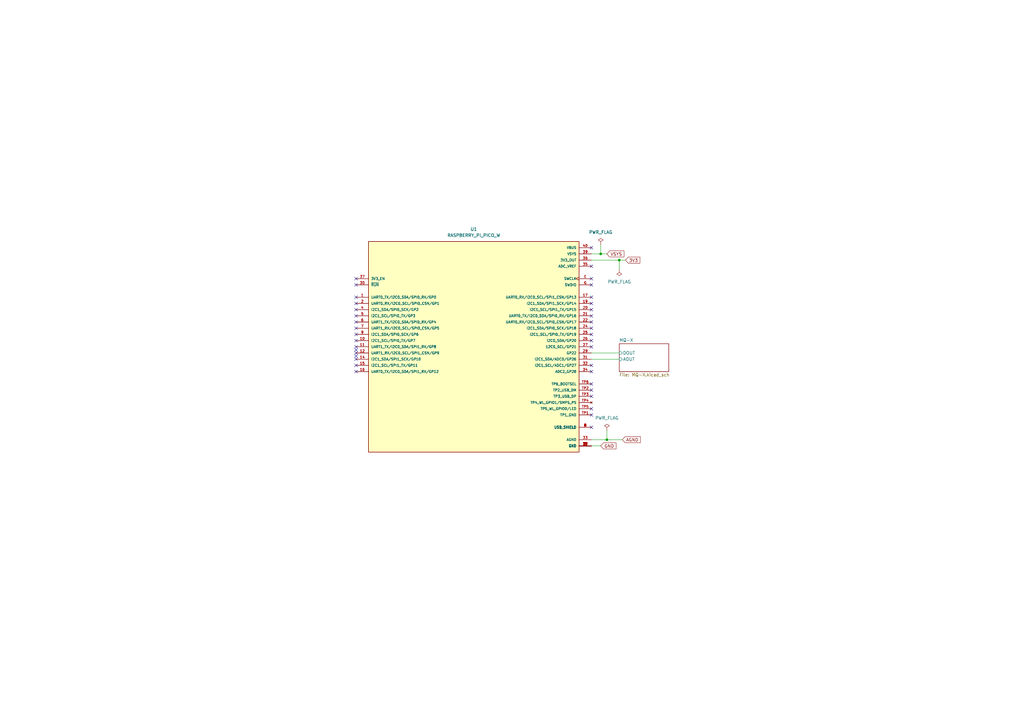
<source format=kicad_sch>
(kicad_sch
	(version 20250114)
	(generator "eeschema")
	(generator_version "9.0")
	(uuid "0b375f8e-5fc7-41b0-996b-c7ef10eaa51f")
	(paper "A3")
	(title_block
		(title "Sesnor 1 - projectwork / pico W")
		(date "2025-10-05")
		(rev "1.0")
		(company "made by MoizZM")
	)
	(lib_symbols
		(symbol "RASPBERRY_PI_PICO_W:RASPBERRY_PI_PICO_W"
			(pin_names
				(offset 1.016)
			)
			(exclude_from_sim no)
			(in_bom yes)
			(on_board yes)
			(property "Reference" "U"
				(at -43.18 44.069 0)
				(effects
					(font
						(size 1.27 1.27)
					)
					(justify left bottom)
				)
			)
			(property "Value" "RASPBERRY_PI_PICO_W"
				(at -43.18 -45.72 0)
				(effects
					(font
						(size 1.27 1.27)
					)
					(justify left bottom)
				)
			)
			(property "Footprint" "RASPBERRY_PI_PICO_W:MODULE_RASPBERRY_PI_PICO_W"
				(at 0 0 0)
				(effects
					(font
						(size 1.27 1.27)
					)
					(justify bottom)
					(hide yes)
				)
			)
			(property "Datasheet" ""
				(at 0 0 0)
				(effects
					(font
						(size 1.27 1.27)
					)
					(hide yes)
				)
			)
			(property "Description" ""
				(at 0 0 0)
				(effects
					(font
						(size 1.27 1.27)
					)
					(hide yes)
				)
			)
			(property "MF" "Raspberry Pi"
				(at 0 0 0)
				(effects
					(font
						(size 1.27 1.27)
					)
					(justify bottom)
					(hide yes)
				)
			)
			(property "Description_1" "Raspberry Pi Board, Arm Cortex-M0+; Silicon Manufacturer:Raspberry Pi; No. Of Bits:32Bit; Silicon Family Name:-; Core Architecture:Arm; Core Sub-Architecture:Cortex-M0+; Silicon Core Number:Rp2040; Product Range:Raspberry Pi Pico Rohs Compliant: Yes |Raspberry-Pi RASPBERRY PI PICO W"
				(at 0 0 0)
				(effects
					(font
						(size 1.27 1.27)
					)
					(justify bottom)
					(hide yes)
				)
			)
			(property "Package" "None"
				(at 0 0 0)
				(effects
					(font
						(size 1.27 1.27)
					)
					(justify bottom)
					(hide yes)
				)
			)
			(property "Price" "None"
				(at 0 0 0)
				(effects
					(font
						(size 1.27 1.27)
					)
					(justify bottom)
					(hide yes)
				)
			)
			(property "Check_prices" "https://www.snapeda.com/parts/RASPBERRY%20PI%20PICO%20W/Raspberry+Pi/view-part/?ref=eda"
				(at 0 0 0)
				(effects
					(font
						(size 1.27 1.27)
					)
					(justify bottom)
					(hide yes)
				)
			)
			(property "STANDARD" "Manufacturer Recommendations"
				(at 0 0 0)
				(effects
					(font
						(size 1.27 1.27)
					)
					(justify bottom)
					(hide yes)
				)
			)
			(property "PARTREV" "2.4"
				(at 0 0 0)
				(effects
					(font
						(size 1.27 1.27)
					)
					(justify bottom)
					(hide yes)
				)
			)
			(property "SnapEDA_Link" "https://www.snapeda.com/parts/RASPBERRY%20PI%20PICO%20W/Raspberry+Pi/view-part/?ref=snap"
				(at 0 0 0)
				(effects
					(font
						(size 1.27 1.27)
					)
					(justify bottom)
					(hide yes)
				)
			)
			(property "MP" "RASPBERRY PI PICO W"
				(at 0 0 0)
				(effects
					(font
						(size 1.27 1.27)
					)
					(justify bottom)
					(hide yes)
				)
			)
			(property "Availability" "Not in stock"
				(at 0 0 0)
				(effects
					(font
						(size 1.27 1.27)
					)
					(justify bottom)
					(hide yes)
				)
			)
			(property "MANUFACTURER" "Raspberry Pi"
				(at 0 0 0)
				(effects
					(font
						(size 1.27 1.27)
					)
					(justify bottom)
					(hide yes)
				)
			)
			(symbol "RASPBERRY_PI_PICO_W_0_0"
				(rectangle
					(start -43.18 -43.18)
					(end 43.18 43.18)
					(stroke
						(width 0.254)
						(type default)
					)
					(fill
						(type background)
					)
				)
				(pin input line
					(at -48.26 27.94 0)
					(length 5.08)
					(name "3V3_EN"
						(effects
							(font
								(size 1.016 1.016)
							)
						)
					)
					(number "37"
						(effects
							(font
								(size 1.016 1.016)
							)
						)
					)
				)
				(pin input line
					(at -48.26 25.4 0)
					(length 5.08)
					(name "~{RUN}"
						(effects
							(font
								(size 1.016 1.016)
							)
						)
					)
					(number "30"
						(effects
							(font
								(size 1.016 1.016)
							)
						)
					)
				)
				(pin bidirectional line
					(at -48.26 20.32 0)
					(length 5.08)
					(name "UART0_TX/I2C0_SDA/SPI0_RX/GP0"
						(effects
							(font
								(size 1.016 1.016)
							)
						)
					)
					(number "1"
						(effects
							(font
								(size 1.016 1.016)
							)
						)
					)
				)
				(pin bidirectional line
					(at -48.26 17.78 0)
					(length 5.08)
					(name "UART0_RX/I2C0_SCL/SPI0_CSN/GP1"
						(effects
							(font
								(size 1.016 1.016)
							)
						)
					)
					(number "2"
						(effects
							(font
								(size 1.016 1.016)
							)
						)
					)
				)
				(pin bidirectional line
					(at -48.26 15.24 0)
					(length 5.08)
					(name "I2C1_SDA/SPI0_SCK/GP2"
						(effects
							(font
								(size 1.016 1.016)
							)
						)
					)
					(number "4"
						(effects
							(font
								(size 1.016 1.016)
							)
						)
					)
				)
				(pin bidirectional line
					(at -48.26 12.7 0)
					(length 5.08)
					(name "I2C1_SCL/SPI0_TX/GP3"
						(effects
							(font
								(size 1.016 1.016)
							)
						)
					)
					(number "5"
						(effects
							(font
								(size 1.016 1.016)
							)
						)
					)
				)
				(pin bidirectional line
					(at -48.26 10.16 0)
					(length 5.08)
					(name "UART1_TX/I2C0_SDA/SPI0_RX/GP4"
						(effects
							(font
								(size 1.016 1.016)
							)
						)
					)
					(number "6"
						(effects
							(font
								(size 1.016 1.016)
							)
						)
					)
				)
				(pin bidirectional line
					(at -48.26 7.62 0)
					(length 5.08)
					(name "UART1_RX/I2C0_SCL/SPI0_CSN/GP5"
						(effects
							(font
								(size 1.016 1.016)
							)
						)
					)
					(number "7"
						(effects
							(font
								(size 1.016 1.016)
							)
						)
					)
				)
				(pin bidirectional line
					(at -48.26 5.08 0)
					(length 5.08)
					(name "I2C1_SDA/SPI0_SCK/GP6"
						(effects
							(font
								(size 1.016 1.016)
							)
						)
					)
					(number "9"
						(effects
							(font
								(size 1.016 1.016)
							)
						)
					)
				)
				(pin bidirectional line
					(at -48.26 2.54 0)
					(length 5.08)
					(name "I2C1_SCL/SPI0_TX/GP7"
						(effects
							(font
								(size 1.016 1.016)
							)
						)
					)
					(number "10"
						(effects
							(font
								(size 1.016 1.016)
							)
						)
					)
				)
				(pin bidirectional line
					(at -48.26 0 0)
					(length 5.08)
					(name "UART1_TX/I2C0_SDA/SPI1_RX/GP8"
						(effects
							(font
								(size 1.016 1.016)
							)
						)
					)
					(number "11"
						(effects
							(font
								(size 1.016 1.016)
							)
						)
					)
				)
				(pin bidirectional line
					(at -48.26 -2.54 0)
					(length 5.08)
					(name "UART1_RX/I2C0_SCL/SPI1_CSN/GP9"
						(effects
							(font
								(size 1.016 1.016)
							)
						)
					)
					(number "12"
						(effects
							(font
								(size 1.016 1.016)
							)
						)
					)
				)
				(pin bidirectional line
					(at -48.26 -5.08 0)
					(length 5.08)
					(name "I2C1_SDA/SPI1_SCK/GP10"
						(effects
							(font
								(size 1.016 1.016)
							)
						)
					)
					(number "14"
						(effects
							(font
								(size 1.016 1.016)
							)
						)
					)
				)
				(pin bidirectional line
					(at -48.26 -7.62 0)
					(length 5.08)
					(name "I2C1_SCL/SPI1_TX/GP11"
						(effects
							(font
								(size 1.016 1.016)
							)
						)
					)
					(number "15"
						(effects
							(font
								(size 1.016 1.016)
							)
						)
					)
				)
				(pin bidirectional line
					(at -48.26 -10.16 0)
					(length 5.08)
					(name "UART0_TX/I2C0_SDA/SPI1_RX/GP12"
						(effects
							(font
								(size 1.016 1.016)
							)
						)
					)
					(number "16"
						(effects
							(font
								(size 1.016 1.016)
							)
						)
					)
				)
				(pin power_in line
					(at 48.26 40.64 180)
					(length 5.08)
					(name "VBUS"
						(effects
							(font
								(size 1.016 1.016)
							)
						)
					)
					(number "40"
						(effects
							(font
								(size 1.016 1.016)
							)
						)
					)
				)
				(pin power_in line
					(at 48.26 38.1 180)
					(length 5.08)
					(name "VSYS"
						(effects
							(font
								(size 1.016 1.016)
							)
						)
					)
					(number "39"
						(effects
							(font
								(size 1.016 1.016)
							)
						)
					)
				)
				(pin power_in line
					(at 48.26 35.56 180)
					(length 5.08)
					(name "3V3_OUT"
						(effects
							(font
								(size 1.016 1.016)
							)
						)
					)
					(number "36"
						(effects
							(font
								(size 1.016 1.016)
							)
						)
					)
				)
				(pin power_in line
					(at 48.26 33.02 180)
					(length 5.08)
					(name "ADC_VREF"
						(effects
							(font
								(size 1.016 1.016)
							)
						)
					)
					(number "35"
						(effects
							(font
								(size 1.016 1.016)
							)
						)
					)
				)
				(pin input clock
					(at 48.26 27.94 180)
					(length 5.08)
					(name "SWCLK"
						(effects
							(font
								(size 1.016 1.016)
							)
						)
					)
					(number "E"
						(effects
							(font
								(size 1.016 1.016)
							)
						)
					)
				)
				(pin bidirectional line
					(at 48.26 25.4 180)
					(length 5.08)
					(name "SWDIO"
						(effects
							(font
								(size 1.016 1.016)
							)
						)
					)
					(number "G"
						(effects
							(font
								(size 1.016 1.016)
							)
						)
					)
				)
				(pin bidirectional line
					(at 48.26 20.32 180)
					(length 5.08)
					(name "UART0_RX/I2C0_SCL/SPI1_CSN/GP13"
						(effects
							(font
								(size 1.016 1.016)
							)
						)
					)
					(number "17"
						(effects
							(font
								(size 1.016 1.016)
							)
						)
					)
				)
				(pin bidirectional line
					(at 48.26 17.78 180)
					(length 5.08)
					(name "I2C1_SDA/SPI1_SCK/GP14"
						(effects
							(font
								(size 1.016 1.016)
							)
						)
					)
					(number "19"
						(effects
							(font
								(size 1.016 1.016)
							)
						)
					)
				)
				(pin bidirectional line
					(at 48.26 15.24 180)
					(length 5.08)
					(name "I2C1_SCL/SPI1_TX/GP15"
						(effects
							(font
								(size 1.016 1.016)
							)
						)
					)
					(number "20"
						(effects
							(font
								(size 1.016 1.016)
							)
						)
					)
				)
				(pin bidirectional line
					(at 48.26 12.7 180)
					(length 5.08)
					(name "UART0_TX/I2C0_SDA/SPI0_RX/GP16"
						(effects
							(font
								(size 1.016 1.016)
							)
						)
					)
					(number "21"
						(effects
							(font
								(size 1.016 1.016)
							)
						)
					)
				)
				(pin bidirectional line
					(at 48.26 10.16 180)
					(length 5.08)
					(name "UART0_RX/I2C0_SCL/SPI0_CSN/GP17"
						(effects
							(font
								(size 1.016 1.016)
							)
						)
					)
					(number "22"
						(effects
							(font
								(size 1.016 1.016)
							)
						)
					)
				)
				(pin bidirectional line
					(at 48.26 7.62 180)
					(length 5.08)
					(name "I2C1_SDA/SPI0_SCK/GP18"
						(effects
							(font
								(size 1.016 1.016)
							)
						)
					)
					(number "24"
						(effects
							(font
								(size 1.016 1.016)
							)
						)
					)
				)
				(pin bidirectional line
					(at 48.26 5.08 180)
					(length 5.08)
					(name "I2C1_SCL/SPI0_TX/GP19"
						(effects
							(font
								(size 1.016 1.016)
							)
						)
					)
					(number "25"
						(effects
							(font
								(size 1.016 1.016)
							)
						)
					)
				)
				(pin bidirectional line
					(at 48.26 2.54 180)
					(length 5.08)
					(name "I2C0_SDA/GP20"
						(effects
							(font
								(size 1.016 1.016)
							)
						)
					)
					(number "26"
						(effects
							(font
								(size 1.016 1.016)
							)
						)
					)
				)
				(pin bidirectional line
					(at 48.26 0 180)
					(length 5.08)
					(name "12C0_SCL/GP21"
						(effects
							(font
								(size 1.016 1.016)
							)
						)
					)
					(number "27"
						(effects
							(font
								(size 1.016 1.016)
							)
						)
					)
				)
				(pin bidirectional line
					(at 48.26 -2.54 180)
					(length 5.08)
					(name "GP22"
						(effects
							(font
								(size 1.016 1.016)
							)
						)
					)
					(number "29"
						(effects
							(font
								(size 1.016 1.016)
							)
						)
					)
				)
				(pin bidirectional line
					(at 48.26 -5.08 180)
					(length 5.08)
					(name "I2C1_SDA/ADC0/GP26"
						(effects
							(font
								(size 1.016 1.016)
							)
						)
					)
					(number "31"
						(effects
							(font
								(size 1.016 1.016)
							)
						)
					)
				)
				(pin bidirectional line
					(at 48.26 -7.62 180)
					(length 5.08)
					(name "I2C1_SCL/ADC1/GP27"
						(effects
							(font
								(size 1.016 1.016)
							)
						)
					)
					(number "32"
						(effects
							(font
								(size 1.016 1.016)
							)
						)
					)
				)
				(pin bidirectional line
					(at 48.26 -10.16 180)
					(length 5.08)
					(name "ADC2_GP28"
						(effects
							(font
								(size 1.016 1.016)
							)
						)
					)
					(number "34"
						(effects
							(font
								(size 1.016 1.016)
							)
						)
					)
				)
				(pin input line
					(at 48.26 -15.24 180)
					(length 5.08)
					(name "TP6_BOOTSEL"
						(effects
							(font
								(size 1.016 1.016)
							)
						)
					)
					(number "TP6"
						(effects
							(font
								(size 1.016 1.016)
							)
						)
					)
				)
				(pin bidirectional line
					(at 48.26 -17.78 180)
					(length 5.08)
					(name "TP2_USB_DM"
						(effects
							(font
								(size 1.016 1.016)
							)
						)
					)
					(number "TP2"
						(effects
							(font
								(size 1.016 1.016)
							)
						)
					)
				)
				(pin bidirectional line
					(at 48.26 -20.32 180)
					(length 5.08)
					(name "TP3_USB_DP"
						(effects
							(font
								(size 1.016 1.016)
							)
						)
					)
					(number "TP3"
						(effects
							(font
								(size 1.016 1.016)
							)
						)
					)
				)
				(pin no_connect line
					(at 48.26 -22.86 180)
					(length 5.08)
					(name "TP4_WL_GPIO1/SMPS_PS"
						(effects
							(font
								(size 1.016 1.016)
							)
						)
					)
					(number "TP4"
						(effects
							(font
								(size 1.016 1.016)
							)
						)
					)
				)
				(pin bidirectional line
					(at 48.26 -25.4 180)
					(length 5.08)
					(name "TP5_WL_GPIO0/LED"
						(effects
							(font
								(size 1.016 1.016)
							)
						)
					)
					(number "TP5"
						(effects
							(font
								(size 1.016 1.016)
							)
						)
					)
				)
				(pin power_in line
					(at 48.26 -27.94 180)
					(length 5.08)
					(name "TP1_GND"
						(effects
							(font
								(size 1.016 1.016)
							)
						)
					)
					(number "TP1"
						(effects
							(font
								(size 1.016 1.016)
							)
						)
					)
				)
				(pin power_in line
					(at 48.26 -33.02 180)
					(length 5.08)
					(name "USB_SHIELD"
						(effects
							(font
								(size 1.016 1.016)
							)
						)
					)
					(number "A"
						(effects
							(font
								(size 1.016 1.016)
							)
						)
					)
				)
				(pin power_in line
					(at 48.26 -33.02 180)
					(length 5.08)
					(name "USB_SHIELD"
						(effects
							(font
								(size 1.016 1.016)
							)
						)
					)
					(number "B"
						(effects
							(font
								(size 1.016 1.016)
							)
						)
					)
				)
				(pin power_in line
					(at 48.26 -33.02 180)
					(length 5.08)
					(name "USB_SHIELD"
						(effects
							(font
								(size 1.016 1.016)
							)
						)
					)
					(number "C"
						(effects
							(font
								(size 1.016 1.016)
							)
						)
					)
				)
				(pin power_in line
					(at 48.26 -33.02 180)
					(length 5.08)
					(name "USB_SHIELD"
						(effects
							(font
								(size 1.016 1.016)
							)
						)
					)
					(number "D"
						(effects
							(font
								(size 1.016 1.016)
							)
						)
					)
				)
				(pin power_in line
					(at 48.26 -38.1 180)
					(length 5.08)
					(name "AGND"
						(effects
							(font
								(size 1.016 1.016)
							)
						)
					)
					(number "33"
						(effects
							(font
								(size 1.016 1.016)
							)
						)
					)
				)
				(pin power_in line
					(at 48.26 -40.64 180)
					(length 5.08)
					(name "GND"
						(effects
							(font
								(size 1.016 1.016)
							)
						)
					)
					(number "13"
						(effects
							(font
								(size 1.016 1.016)
							)
						)
					)
				)
				(pin power_in line
					(at 48.26 -40.64 180)
					(length 5.08)
					(name "GND"
						(effects
							(font
								(size 1.016 1.016)
							)
						)
					)
					(number "18"
						(effects
							(font
								(size 1.016 1.016)
							)
						)
					)
				)
				(pin power_in line
					(at 48.26 -40.64 180)
					(length 5.08)
					(name "GND"
						(effects
							(font
								(size 1.016 1.016)
							)
						)
					)
					(number "23"
						(effects
							(font
								(size 1.016 1.016)
							)
						)
					)
				)
				(pin power_in line
					(at 48.26 -40.64 180)
					(length 5.08)
					(name "GND"
						(effects
							(font
								(size 1.016 1.016)
							)
						)
					)
					(number "28"
						(effects
							(font
								(size 1.016 1.016)
							)
						)
					)
				)
				(pin power_in line
					(at 48.26 -40.64 180)
					(length 5.08)
					(name "GND"
						(effects
							(font
								(size 1.016 1.016)
							)
						)
					)
					(number "3"
						(effects
							(font
								(size 1.016 1.016)
							)
						)
					)
				)
				(pin power_in line
					(at 48.26 -40.64 180)
					(length 5.08)
					(name "GND"
						(effects
							(font
								(size 1.016 1.016)
							)
						)
					)
					(number "38"
						(effects
							(font
								(size 1.016 1.016)
							)
						)
					)
				)
				(pin power_in line
					(at 48.26 -40.64 180)
					(length 5.08)
					(name "GND"
						(effects
							(font
								(size 1.016 1.016)
							)
						)
					)
					(number "8"
						(effects
							(font
								(size 1.016 1.016)
							)
						)
					)
				)
				(pin power_in line
					(at 48.26 -40.64 180)
					(length 5.08)
					(name "GND"
						(effects
							(font
								(size 1.016 1.016)
							)
						)
					)
					(number "F"
						(effects
							(font
								(size 1.016 1.016)
							)
						)
					)
				)
			)
			(embedded_fonts no)
		)
		(symbol "power:PWR_FLAG"
			(power)
			(pin_numbers
				(hide yes)
			)
			(pin_names
				(offset 0)
				(hide yes)
			)
			(exclude_from_sim no)
			(in_bom yes)
			(on_board yes)
			(property "Reference" "#FLG"
				(at 0 1.905 0)
				(effects
					(font
						(size 1.27 1.27)
					)
					(hide yes)
				)
			)
			(property "Value" "PWR_FLAG"
				(at 0 3.81 0)
				(effects
					(font
						(size 1.27 1.27)
					)
				)
			)
			(property "Footprint" ""
				(at 0 0 0)
				(effects
					(font
						(size 1.27 1.27)
					)
					(hide yes)
				)
			)
			(property "Datasheet" "~"
				(at 0 0 0)
				(effects
					(font
						(size 1.27 1.27)
					)
					(hide yes)
				)
			)
			(property "Description" "Special symbol for telling ERC where power comes from"
				(at 0 0 0)
				(effects
					(font
						(size 1.27 1.27)
					)
					(hide yes)
				)
			)
			(property "ki_keywords" "flag power"
				(at 0 0 0)
				(effects
					(font
						(size 1.27 1.27)
					)
					(hide yes)
				)
			)
			(symbol "PWR_FLAG_0_0"
				(pin power_out line
					(at 0 0 90)
					(length 0)
					(name "~"
						(effects
							(font
								(size 1.27 1.27)
							)
						)
					)
					(number "1"
						(effects
							(font
								(size 1.27 1.27)
							)
						)
					)
				)
			)
			(symbol "PWR_FLAG_0_1"
				(polyline
					(pts
						(xy 0 0) (xy 0 1.27) (xy -1.016 1.905) (xy 0 2.54) (xy 1.016 1.905) (xy 0 1.27)
					)
					(stroke
						(width 0)
						(type default)
					)
					(fill
						(type none)
					)
				)
			)
			(embedded_fonts no)
		)
	)
	(junction
		(at 254 106.68)
		(diameter 0)
		(color 0 0 0 0)
		(uuid "0fba257b-daf0-4f22-8558-d9b9c961dbe7")
	)
	(junction
		(at 248.92 180.34)
		(diameter 0)
		(color 0 0 0 0)
		(uuid "92db2eaa-8b0e-4aec-83ee-13466861a355")
	)
	(junction
		(at 246.38 104.14)
		(diameter 0)
		(color 0 0 0 0)
		(uuid "f722109b-5931-4d9c-9356-b5077b42c8e3")
	)
	(no_connect
		(at 146.05 149.86)
		(uuid "084403b6-47a9-4393-af9c-229365265c57")
	)
	(no_connect
		(at 242.57 139.7)
		(uuid "0c7f2ea2-fc10-4512-a8ca-e3bf9176b8fa")
	)
	(no_connect
		(at 242.57 134.62)
		(uuid "10db2d7d-5303-486e-8364-4c4501a7bf80")
	)
	(no_connect
		(at 242.57 149.86)
		(uuid "15fe9164-9cd1-4490-af18-095420dc772f")
	)
	(no_connect
		(at 146.05 139.7)
		(uuid "1aa688b1-c9f8-4555-a62f-ba4166ce7b76")
	)
	(no_connect
		(at 146.05 132.08)
		(uuid "1f16928e-2e33-4b67-9883-af6ae10882a9")
	)
	(no_connect
		(at 242.57 121.92)
		(uuid "21fa90f4-a137-43b5-a12e-ff908d561e95")
	)
	(no_connect
		(at 242.57 137.16)
		(uuid "284ea3b0-0f6c-4b18-af66-77f83317ef8c")
	)
	(no_connect
		(at 242.57 114.3)
		(uuid "3b486c6c-05ea-46a6-901b-b4a4bad50697")
	)
	(no_connect
		(at 146.05 134.62)
		(uuid "3bc68901-8a0c-4d58-93bb-04669ccb7534")
	)
	(no_connect
		(at 146.05 144.78)
		(uuid "419d8dcf-ef80-4ef8-ba95-2f423d5222b5")
	)
	(no_connect
		(at 242.57 124.46)
		(uuid "507a2b79-65ff-4508-8eac-9a5f5dd3ef0b")
	)
	(no_connect
		(at 242.57 132.08)
		(uuid "555de68f-fcd8-4b23-93db-eb89f7c5d3ac")
	)
	(no_connect
		(at 146.05 116.84)
		(uuid "55747e67-6a2f-4fdb-bfdd-f28cd6a5f6a0")
	)
	(no_connect
		(at 242.57 129.54)
		(uuid "5e4aae36-3f76-4244-aa1e-1a29b590e8ce")
	)
	(no_connect
		(at 242.57 160.02)
		(uuid "67bbed59-a4c8-4337-b393-04e80d311e25")
	)
	(no_connect
		(at 242.57 162.56)
		(uuid "768fbd22-7691-4056-8269-59bddd621535")
	)
	(no_connect
		(at 146.05 146.05)
		(uuid "7c5cd87a-cfca-482c-bb48-10db8c29a0ec")
	)
	(no_connect
		(at 146.05 121.92)
		(uuid "86eacb8b-1748-482a-a04f-410168f59567")
	)
	(no_connect
		(at 146.05 142.24)
		(uuid "8b9de023-8e5e-4f7b-9ba3-e404967dff83")
	)
	(no_connect
		(at 146.05 152.4)
		(uuid "8ea2cc34-bdaf-4d43-a81a-21a8966b1464")
	)
	(no_connect
		(at 146.05 147.32)
		(uuid "9bfed7ef-fe35-4943-b031-4815ff978658")
	)
	(no_connect
		(at 242.57 101.6)
		(uuid "a4eccfb7-7f7e-44db-82dd-51cea671d8a9")
	)
	(no_connect
		(at 242.57 109.22)
		(uuid "a5b744ef-cbaf-4f8a-892a-ce87723abb0b")
	)
	(no_connect
		(at 146.05 137.16)
		(uuid "b0e71b25-ede7-4fa2-9d61-8556f963e9af")
	)
	(no_connect
		(at 146.05 129.54)
		(uuid "b4949cb7-c5d1-450f-8d36-232d21a72911")
	)
	(no_connect
		(at 146.05 114.3)
		(uuid "c092ae0b-82f6-4720-b8d4-8f2f28c80d4d")
	)
	(no_connect
		(at 242.57 116.84)
		(uuid "c24b3b26-8e60-4cf0-9997-16deab684dae")
	)
	(no_connect
		(at 242.57 175.26)
		(uuid "c77d9de3-db48-487f-ad2a-3ab9f3cb7e9f")
	)
	(no_connect
		(at 146.05 143.51)
		(uuid "ca2afa1c-5a8f-4957-84d4-3a1e3e5617e9")
	)
	(no_connect
		(at 242.57 167.64)
		(uuid "cda8e894-14fb-4c5e-aab7-685e21bcc484")
	)
	(no_connect
		(at 242.57 127)
		(uuid "cfdbb9a5-5a19-402a-8909-3637a5b758a2")
	)
	(no_connect
		(at 146.05 124.46)
		(uuid "d4b9746e-cc3b-47eb-be2e-9304c4c67313")
	)
	(no_connect
		(at 146.05 127)
		(uuid "d8c152ba-ed4f-4b11-aedb-2abe17200743")
	)
	(no_connect
		(at 242.57 170.18)
		(uuid "e337f71f-3019-4852-86fd-b4fad9ddbf5e")
	)
	(no_connect
		(at 242.57 157.48)
		(uuid "ec15c225-8bd8-4f7c-bb19-0a47d0379d77")
	)
	(no_connect
		(at 242.57 142.24)
		(uuid "f22bfb45-72ef-4baf-915c-25298a716522")
	)
	(no_connect
		(at 242.57 152.4)
		(uuid "f427d603-6e50-41d4-801f-c75f16131914")
	)
	(wire
		(pts
			(xy 242.57 182.88) (xy 246.38 182.88)
		)
		(stroke
			(width 0)
			(type default)
		)
		(uuid "107744f0-9937-4e7c-bc13-c5d1bfcf9b48")
	)
	(wire
		(pts
			(xy 242.57 180.34) (xy 248.92 180.34)
		)
		(stroke
			(width 0)
			(type default)
		)
		(uuid "233b2191-e64b-4020-a363-81681aff6c6c")
	)
	(wire
		(pts
			(xy 248.92 180.34) (xy 255.27 180.34)
		)
		(stroke
			(width 0)
			(type default)
		)
		(uuid "2d4c129e-b8ed-4250-a565-184bbeba4c0d")
	)
	(wire
		(pts
			(xy 248.92 176.53) (xy 248.92 180.34)
		)
		(stroke
			(width 0)
			(type default)
		)
		(uuid "30fbba66-b677-47aa-8a80-c0bda2e9166a")
	)
	(wire
		(pts
			(xy 246.38 100.33) (xy 246.38 104.14)
		)
		(stroke
			(width 0)
			(type default)
		)
		(uuid "44f50bc3-465f-4d8c-9682-c733dd265794")
	)
	(wire
		(pts
			(xy 242.57 106.68) (xy 254 106.68)
		)
		(stroke
			(width 0)
			(type default)
		)
		(uuid "5857ba67-7cc0-45ec-871a-18bca23b4313")
	)
	(wire
		(pts
			(xy 254 106.68) (xy 256.54 106.68)
		)
		(stroke
			(width 0)
			(type default)
		)
		(uuid "5aab78e1-f317-483d-b283-2b250a4c8844")
	)
	(wire
		(pts
			(xy 242.57 147.32) (xy 254 147.32)
		)
		(stroke
			(width 0)
			(type default)
		)
		(uuid "7404e01e-a5b6-4d8b-af5b-675b0355b068")
	)
	(wire
		(pts
			(xy 254 110.49) (xy 254 106.68)
		)
		(stroke
			(width 0)
			(type default)
		)
		(uuid "ac105865-0fce-45ad-9f79-b73fca7681be")
	)
	(wire
		(pts
			(xy 246.38 104.14) (xy 248.92 104.14)
		)
		(stroke
			(width 0)
			(type default)
		)
		(uuid "be90e4e1-23c2-4a6d-ac6e-e6608967539c")
	)
	(wire
		(pts
			(xy 242.57 144.78) (xy 254 144.78)
		)
		(stroke
			(width 0)
			(type default)
		)
		(uuid "c1ac32e1-5974-4fbb-a344-7e8e4aab97ef")
	)
	(wire
		(pts
			(xy 242.57 104.14) (xy 246.38 104.14)
		)
		(stroke
			(width 0)
			(type default)
		)
		(uuid "dd9e44c1-5a64-49ac-b0c2-cdb61acd6318")
	)
	(global_label "AGND"
		(shape input)
		(at 255.27 180.34 0)
		(fields_autoplaced yes)
		(effects
			(font
				(size 1.27 1.27)
			)
			(justify left)
		)
		(uuid "0a918fd2-99d7-4d73-bac8-61f2b254e4bd")
		(property "Intersheetrefs" "${INTERSHEET_REFS}"
			(at 263.2143 180.34 0)
			(effects
				(font
					(size 1.27 1.27)
				)
				(justify left)
				(hide yes)
			)
		)
	)
	(global_label "VSYS"
		(shape input)
		(at 248.92 104.14 0)
		(fields_autoplaced yes)
		(effects
			(font
				(size 1.27 1.27)
			)
			(justify left)
		)
		(uuid "80e231dc-8256-407f-9d30-155bf13c420f")
		(property "Intersheetrefs" "${INTERSHEET_REFS}"
			(at 256.5014 104.14 0)
			(effects
				(font
					(size 1.27 1.27)
				)
				(justify left)
				(hide yes)
			)
		)
	)
	(global_label "3V3"
		(shape input)
		(at 256.54 106.68 0)
		(fields_autoplaced yes)
		(effects
			(font
				(size 1.27 1.27)
			)
			(justify left)
		)
		(uuid "8b5bc6c1-628a-4c61-879d-147580e4f365")
		(property "Intersheetrefs" "${INTERSHEET_REFS}"
			(at 263.0328 106.68 0)
			(effects
				(font
					(size 1.27 1.27)
				)
				(justify left)
				(hide yes)
			)
		)
	)
	(global_label "GND"
		(shape input)
		(at 246.38 182.88 0)
		(fields_autoplaced yes)
		(effects
			(font
				(size 1.27 1.27)
			)
			(justify left)
		)
		(uuid "c64f10c1-904c-4ca1-8459-5206749af5d0")
		(property "Intersheetrefs" "${INTERSHEET_REFS}"
			(at 253.2357 182.88 0)
			(effects
				(font
					(size 1.27 1.27)
				)
				(justify left)
				(hide yes)
			)
		)
	)
	(symbol
		(lib_id "power:PWR_FLAG")
		(at 248.92 176.53 0)
		(unit 1)
		(exclude_from_sim no)
		(in_bom yes)
		(on_board yes)
		(dnp no)
		(fields_autoplaced yes)
		(uuid "111a66cf-781f-4fb2-aea9-d90976716dc6")
		(property "Reference" "#FLG04"
			(at 248.92 174.625 0)
			(effects
				(font
					(size 1.27 1.27)
				)
				(hide yes)
			)
		)
		(property "Value" "PWR_FLAG"
			(at 248.92 171.45 0)
			(effects
				(font
					(size 1.27 1.27)
				)
			)
		)
		(property "Footprint" ""
			(at 248.92 176.53 0)
			(effects
				(font
					(size 1.27 1.27)
				)
				(hide yes)
			)
		)
		(property "Datasheet" "~"
			(at 248.92 176.53 0)
			(effects
				(font
					(size 1.27 1.27)
				)
				(hide yes)
			)
		)
		(property "Description" "Special symbol for telling ERC where power comes from"
			(at 248.92 176.53 0)
			(effects
				(font
					(size 1.27 1.27)
				)
				(hide yes)
			)
		)
		(pin "1"
			(uuid "8d45fa26-6283-4045-94a4-7d895fb88837")
		)
		(instances
			(project "PCB-S1-smoke-projectwork"
				(path "/0b375f8e-5fc7-41b0-996b-c7ef10eaa51f"
					(reference "#FLG04")
					(unit 1)
				)
			)
		)
	)
	(symbol
		(lib_id "RASPBERRY_PI_PICO_W:RASPBERRY_PI_PICO_W")
		(at 194.31 142.24 0)
		(unit 1)
		(exclude_from_sim no)
		(in_bom yes)
		(on_board yes)
		(dnp no)
		(fields_autoplaced yes)
		(uuid "29e90144-9fb1-498c-bf63-46549a52cac4")
		(property "Reference" "U1"
			(at 194.31 93.98 0)
			(effects
				(font
					(size 1.27 1.27)
				)
			)
		)
		(property "Value" "RASPBERRY_PI_PICO_W"
			(at 194.31 96.52 0)
			(effects
				(font
					(size 1.27 1.27)
				)
			)
		)
		(property "Footprint" "RASPBERRY_PI_PICO_W:MODULE_RASPBERRY_PI_PICO_W"
			(at 194.31 142.24 0)
			(effects
				(font
					(size 1.27 1.27)
				)
				(justify bottom)
				(hide yes)
			)
		)
		(property "Datasheet" ""
			(at 194.31 142.24 0)
			(effects
				(font
					(size 1.27 1.27)
				)
				(hide yes)
			)
		)
		(property "Description" ""
			(at 194.31 142.24 0)
			(effects
				(font
					(size 1.27 1.27)
				)
				(hide yes)
			)
		)
		(property "MF" "Raspberry Pi"
			(at 194.31 142.24 0)
			(effects
				(font
					(size 1.27 1.27)
				)
				(justify bottom)
				(hide yes)
			)
		)
		(property "Description_1" "Raspberry Pi Board, Arm Cortex-M0+; Silicon Manufacturer:Raspberry Pi; No. Of Bits:32Bit; Silicon Family Name:-; Core Architecture:Arm; Core Sub-Architecture:Cortex-M0+; Silicon Core Number:Rp2040; Product Range:Raspberry Pi Pico Rohs Compliant: Yes |Raspberry-Pi RASPBERRY PI PICO W"
			(at 194.31 142.24 0)
			(effects
				(font
					(size 1.27 1.27)
				)
				(justify bottom)
				(hide yes)
			)
		)
		(property "Package" "None"
			(at 194.31 142.24 0)
			(effects
				(font
					(size 1.27 1.27)
				)
				(justify bottom)
				(hide yes)
			)
		)
		(property "Price" "None"
			(at 194.31 142.24 0)
			(effects
				(font
					(size 1.27 1.27)
				)
				(justify bottom)
				(hide yes)
			)
		)
		(property "Check_prices" "https://www.snapeda.com/parts/RASPBERRY%20PI%20PICO%20W/Raspberry+Pi/view-part/?ref=eda"
			(at 194.31 142.24 0)
			(effects
				(font
					(size 1.27 1.27)
				)
				(justify bottom)
				(hide yes)
			)
		)
		(property "STANDARD" "Manufacturer Recommendations"
			(at 194.31 142.24 0)
			(effects
				(font
					(size 1.27 1.27)
				)
				(justify bottom)
				(hide yes)
			)
		)
		(property "PARTREV" "2.4"
			(at 194.31 142.24 0)
			(effects
				(font
					(size 1.27 1.27)
				)
				(justify bottom)
				(hide yes)
			)
		)
		(property "SnapEDA_Link" "https://www.snapeda.com/parts/RASPBERRY%20PI%20PICO%20W/Raspberry+Pi/view-part/?ref=snap"
			(at 194.31 142.24 0)
			(effects
				(font
					(size 1.27 1.27)
				)
				(justify bottom)
				(hide yes)
			)
		)
		(property "MP" "RASPBERRY PI PICO W"
			(at 194.31 142.24 0)
			(effects
				(font
					(size 1.27 1.27)
				)
				(justify bottom)
				(hide yes)
			)
		)
		(property "Availability" "Not in stock"
			(at 194.31 142.24 0)
			(effects
				(font
					(size 1.27 1.27)
				)
				(justify bottom)
				(hide yes)
			)
		)
		(property "MANUFACTURER" "Raspberry Pi"
			(at 194.31 142.24 0)
			(effects
				(font
					(size 1.27 1.27)
				)
				(justify bottom)
				(hide yes)
			)
		)
		(pin "14"
			(uuid "8eeb78b7-6919-4eeb-a4f2-25adc309c1d5")
		)
		(pin "12"
			(uuid "ad1bcb3e-03db-4de4-aa91-7a4392e29db5")
		)
		(pin "15"
			(uuid "90e160b2-5dcd-421e-a9e5-cff38a7d656e")
		)
		(pin "40"
			(uuid "05ef8ad4-c814-4850-a509-c2355fe0aedf")
		)
		(pin "11"
			(uuid "e705e866-6888-46c3-a010-44b223a24f75")
		)
		(pin "39"
			(uuid "c130c96d-e398-47c6-bfeb-94ec230c4eb8")
		)
		(pin "16"
			(uuid "177790be-08b3-4b63-8718-b500b156b2db")
		)
		(pin "10"
			(uuid "ce0cb548-05f0-4472-9c56-8c17a7e81c94")
		)
		(pin "36"
			(uuid "a054b88b-4949-424c-968c-abfb7fd477be")
		)
		(pin "35"
			(uuid "5424bc50-b0b3-4e6a-801e-2ba82e23e900")
		)
		(pin "20"
			(uuid "996f6b5b-076a-4da8-aac9-a25a4590b134")
		)
		(pin "21"
			(uuid "3f0abd2b-fefa-4140-8065-e3213c85fe6d")
		)
		(pin "TP6"
			(uuid "f8b5ad52-2cfe-4525-8b14-2536ad2f8513")
		)
		(pin "TP2"
			(uuid "f4120921-63e7-44a5-b483-8917261ee347")
		)
		(pin "TP3"
			(uuid "b0c1842c-b83c-4ff9-ad96-ef39234ce01f")
		)
		(pin "34"
			(uuid "1a09d921-ebf7-4f6f-a5cb-7b7a3a8628d7")
		)
		(pin "TP5"
			(uuid "cee88984-d6b7-4592-a1a0-d79f63fecbdc")
		)
		(pin "A"
			(uuid "693b3485-45ee-4e95-9c6e-cbfd3c7a03c3")
		)
		(pin "B"
			(uuid "625647cc-ecd3-4505-9ea6-15bfc164ce74")
		)
		(pin "C"
			(uuid "35678496-de9a-4bc9-b896-61639fce08ce")
		)
		(pin "25"
			(uuid "53098df4-5fc9-4005-ba68-0f893e647a83")
		)
		(pin "31"
			(uuid "0bddd260-1228-46f7-88ab-a9c79d0136ec")
		)
		(pin "24"
			(uuid "0bd6ad3d-a299-45a1-9520-1c61a512ef64")
		)
		(pin "TP1"
			(uuid "80be225e-4d23-44ad-9e8e-44885fe16ea9")
		)
		(pin "G"
			(uuid "3e8d080f-e1a4-4677-95a0-9de28c6e3799")
		)
		(pin "19"
			(uuid "f8adfc2e-751c-4235-83fb-311bd1cf3367")
		)
		(pin "22"
			(uuid "f0e39d46-88db-4ec1-8468-901aa92ee1ea")
		)
		(pin "27"
			(uuid "0c4b0ce7-a9fa-485a-a216-fc51e998fd15")
		)
		(pin "32"
			(uuid "8f3da14a-9dfe-474b-a8e4-6192eec22ee8")
		)
		(pin "TP4"
			(uuid "ab62411e-47c9-4226-a2c8-fe3faa4120f4")
		)
		(pin "17"
			(uuid "930bf776-ee1e-4c4c-a5a4-e9189af41cb4")
		)
		(pin "E"
			(uuid "293b28c8-70e8-433b-89f6-30ef38989360")
		)
		(pin "26"
			(uuid "744a0cab-1576-4880-ae1e-636d3bad76eb")
		)
		(pin "29"
			(uuid "3fbcb10f-ab43-4ffa-b833-113025cda0ff")
		)
		(pin "5"
			(uuid "2c68df6f-86d9-4a17-bd70-5a468864a691")
		)
		(pin "7"
			(uuid "5b6703cb-5754-408e-8c36-2e96dc896d11")
		)
		(pin "1"
			(uuid "687372f1-cefd-4bb2-b9c8-eddf6ebbab67")
		)
		(pin "37"
			(uuid "317cc77d-903b-44ef-9ed5-32e8fa55cccd")
		)
		(pin "30"
			(uuid "8467f0b7-d087-4850-afca-b991874cdfb5")
		)
		(pin "2"
			(uuid "d8c94da2-7941-407c-9c7e-a36c0c263d4b")
		)
		(pin "4"
			(uuid "dfcb259a-6018-4d74-aa72-b44eb441e116")
		)
		(pin "6"
			(uuid "934590cc-d734-4514-b7a2-4792a556dd9e")
		)
		(pin "9"
			(uuid "fdcf4d33-f78b-4b39-b9bf-4dadb15d5e79")
		)
		(pin "23"
			(uuid "39f513a7-a4c4-4c95-a6ce-0410afebf2f6")
		)
		(pin "33"
			(uuid "8be21043-b02d-47f1-a1ce-631417dbff45")
		)
		(pin "3"
			(uuid "2895c99c-4bad-4266-9461-d56fb2d85ff0")
		)
		(pin "D"
			(uuid "ca8a7a78-e8a4-452b-a45a-d7b252b9719c")
		)
		(pin "38"
			(uuid "de3e6cf2-ac4f-4a06-a734-60250e4473d1")
		)
		(pin "8"
			(uuid "5293aff2-106d-4bd4-a740-836c5c163375")
		)
		(pin "F"
			(uuid "201a2773-3aad-411b-bd7f-258d1df3cd03")
		)
		(pin "18"
			(uuid "75be1333-d119-44f2-ac97-e530204261ad")
		)
		(pin "28"
			(uuid "840681c4-ca3a-47a0-ac6f-07b4014d5b59")
		)
		(pin "13"
			(uuid "b854e0f4-a6eb-4f36-a95d-3ed18794acc3")
		)
		(instances
			(project ""
				(path "/0b375f8e-5fc7-41b0-996b-c7ef10eaa51f"
					(reference "U1")
					(unit 1)
				)
			)
		)
	)
	(symbol
		(lib_id "power:PWR_FLAG")
		(at 246.38 100.33 0)
		(unit 1)
		(exclude_from_sim no)
		(in_bom yes)
		(on_board yes)
		(dnp no)
		(fields_autoplaced yes)
		(uuid "72ee7cd8-6bf5-4ec7-86b3-3e559ac0c56c")
		(property "Reference" "#FLG02"
			(at 246.38 98.425 0)
			(effects
				(font
					(size 1.27 1.27)
				)
				(hide yes)
			)
		)
		(property "Value" "PWR_FLAG"
			(at 246.38 95.25 0)
			(effects
				(font
					(size 1.27 1.27)
				)
			)
		)
		(property "Footprint" ""
			(at 246.38 100.33 0)
			(effects
				(font
					(size 1.27 1.27)
				)
				(hide yes)
			)
		)
		(property "Datasheet" "~"
			(at 246.38 100.33 0)
			(effects
				(font
					(size 1.27 1.27)
				)
				(hide yes)
			)
		)
		(property "Description" "Special symbol for telling ERC where power comes from"
			(at 246.38 100.33 0)
			(effects
				(font
					(size 1.27 1.27)
				)
				(hide yes)
			)
		)
		(pin "1"
			(uuid "b255d3de-dd9e-481f-b3f8-a8ad3e325a40")
		)
		(instances
			(project ""
				(path "/0b375f8e-5fc7-41b0-996b-c7ef10eaa51f"
					(reference "#FLG02")
					(unit 1)
				)
			)
		)
	)
	(symbol
		(lib_id "power:PWR_FLAG")
		(at 254 110.49 180)
		(unit 1)
		(exclude_from_sim no)
		(in_bom yes)
		(on_board yes)
		(dnp no)
		(fields_autoplaced yes)
		(uuid "9833acd0-147d-4ef7-a9d0-8752eb368a86")
		(property "Reference" "#FLG03"
			(at 254 112.395 0)
			(effects
				(font
					(size 1.27 1.27)
				)
				(hide yes)
			)
		)
		(property "Value" "PWR_FLAG"
			(at 254 115.57 0)
			(effects
				(font
					(size 1.27 1.27)
				)
			)
		)
		(property "Footprint" ""
			(at 254 110.49 0)
			(effects
				(font
					(size 1.27 1.27)
				)
				(hide yes)
			)
		)
		(property "Datasheet" "~"
			(at 254 110.49 0)
			(effects
				(font
					(size 1.27 1.27)
				)
				(hide yes)
			)
		)
		(property "Description" "Special symbol for telling ERC where power comes from"
			(at 254 110.49 0)
			(effects
				(font
					(size 1.27 1.27)
				)
				(hide yes)
			)
		)
		(pin "1"
			(uuid "7f550640-be76-41de-aa9e-91f80043de65")
		)
		(instances
			(project "PCB-S1-smoke-projectwork"
				(path "/0b375f8e-5fc7-41b0-996b-c7ef10eaa51f"
					(reference "#FLG03")
					(unit 1)
				)
			)
		)
	)
	(sheet
		(at 254 140.97)
		(size 20.32 11.43)
		(exclude_from_sim no)
		(in_bom yes)
		(on_board yes)
		(dnp no)
		(fields_autoplaced yes)
		(stroke
			(width 0.1524)
			(type solid)
		)
		(fill
			(color 0 0 0 0.0000)
		)
		(uuid "902a1753-78bd-4648-aa4f-18abf9bac903")
		(property "Sheetname" "MQ-X"
			(at 254 140.2584 0)
			(effects
				(font
					(size 1.27 1.27)
				)
				(justify left bottom)
			)
		)
		(property "Sheetfile" "MQ-X.kicad_sch"
			(at 254 152.9846 0)
			(effects
				(font
					(size 1.27 1.27)
				)
				(justify left top)
			)
		)
		(pin "AOUT" input
			(at 254 147.32 180)
			(uuid "d7ed5089-c5c0-4fe5-80e0-15b06d75ee79")
			(effects
				(font
					(size 1.27 1.27)
				)
				(justify left)
			)
		)
		(pin "DOUT" input
			(at 254 144.78 180)
			(uuid "58b5f943-103f-4831-84e5-587b6c8d5795")
			(effects
				(font
					(size 1.27 1.27)
				)
				(justify left)
			)
		)
		(instances
			(project "PCB-S1-smoke-projectwork"
				(path "/0b375f8e-5fc7-41b0-996b-c7ef10eaa51f"
					(page "3")
				)
			)
		)
	)
	(sheet_instances
		(path "/"
			(page "1")
		)
	)
	(embedded_fonts no)
)

</source>
